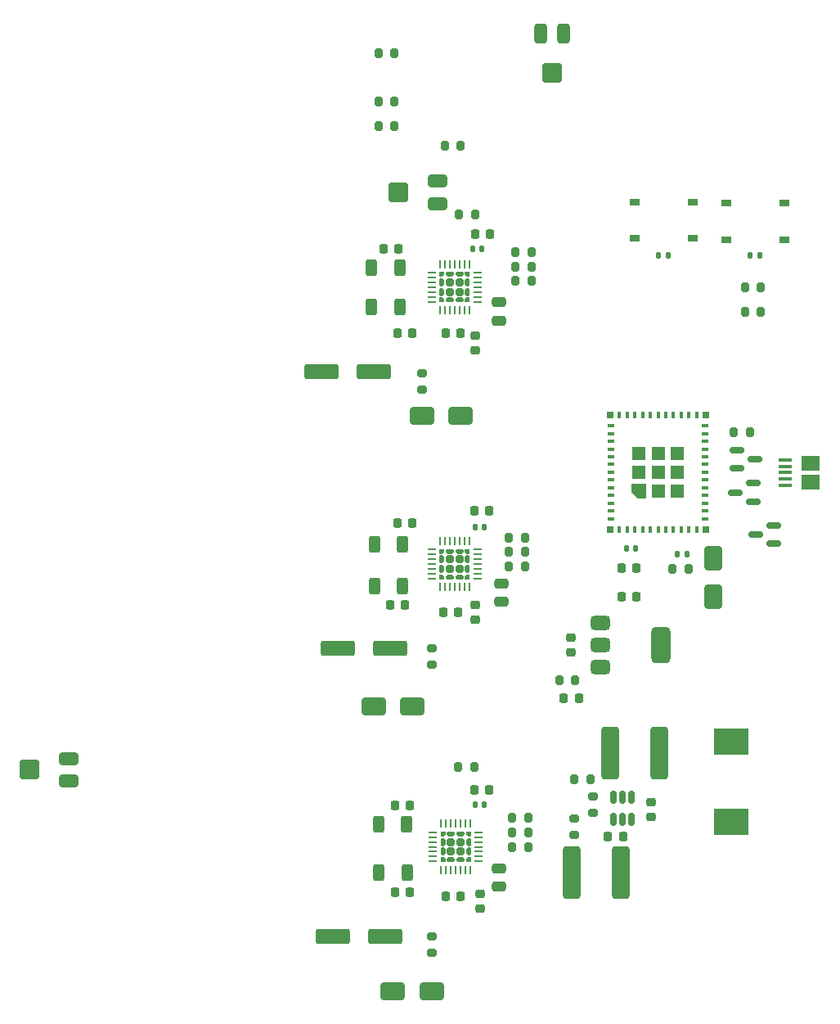
<source format=gbr>
%TF.GenerationSoftware,KiCad,Pcbnew,9.0.0*%
%TF.CreationDate,2025-05-08T17:49:57-07:00*%
%TF.ProjectId,Motor_Controller_Board_v1,4d6f746f-725f-4436-9f6e-74726f6c6c65,v1*%
%TF.SameCoordinates,Original*%
%TF.FileFunction,Paste,Top*%
%TF.FilePolarity,Positive*%
%FSLAX46Y46*%
G04 Gerber Fmt 4.6, Leading zero omitted, Abs format (unit mm)*
G04 Created by KiCad (PCBNEW 9.0.0) date 2025-05-08 17:49:57*
%MOMM*%
%LPD*%
G01*
G04 APERTURE LIST*
G04 Aperture macros list*
%AMRoundRect*
0 Rectangle with rounded corners*
0 $1 Rounding radius*
0 $2 $3 $4 $5 $6 $7 $8 $9 X,Y pos of 4 corners*
0 Add a 4 corners polygon primitive as box body*
4,1,4,$2,$3,$4,$5,$6,$7,$8,$9,$2,$3,0*
0 Add four circle primitives for the rounded corners*
1,1,$1+$1,$2,$3*
1,1,$1+$1,$4,$5*
1,1,$1+$1,$6,$7*
1,1,$1+$1,$8,$9*
0 Add four rect primitives between the rounded corners*
20,1,$1+$1,$2,$3,$4,$5,0*
20,1,$1+$1,$4,$5,$6,$7,0*
20,1,$1+$1,$6,$7,$8,$9,0*
20,1,$1+$1,$8,$9,$2,$3,0*%
%AMFreePoly0*
4,1,6,0.725000,-0.725000,-0.725000,-0.725000,-0.725000,0.125000,-0.125000,0.725000,0.725000,0.725000,0.725000,-0.725000,0.725000,-0.725000,$1*%
%AMFreePoly1*
4,1,19,0.197042,0.235489,0.244234,0.181026,0.255792,0.127896,0.255792,0.037322,0.235489,-0.031824,0.218332,-0.053114,0.053114,-0.218332,-0.010136,-0.252869,-0.037322,-0.255792,-0.127896,-0.255792,-0.197042,-0.235489,-0.244234,-0.181026,-0.255792,-0.127896,-0.255792,0.127896,-0.235489,0.197042,-0.181026,0.244234,-0.127896,0.255792,0.127896,0.255792,0.197042,0.235489,0.197042,0.235489,
$1*%
%AMFreePoly2*
4,1,21,0.065849,0.388965,0.087139,0.371808,0.218332,0.240614,0.252869,0.177364,0.255792,0.150178,0.255792,-0.150178,0.235489,-0.219324,0.218332,-0.240614,0.087139,-0.371808,0.023890,-0.406345,-0.003297,-0.409268,-0.127896,-0.409268,-0.197042,-0.388965,-0.244234,-0.334502,-0.255792,-0.281372,-0.255792,0.281372,-0.235489,0.350518,-0.181026,0.397710,-0.127896,0.409268,-0.003297,0.409268,
0.065849,0.388965,0.065849,0.388965,$1*%
%AMFreePoly3*
4,1,19,0.031824,0.235489,0.053114,0.218332,0.218332,0.053114,0.252869,-0.010136,0.255792,-0.037322,0.255792,-0.127896,0.235489,-0.197042,0.181026,-0.244234,0.127896,-0.255792,-0.127896,-0.255792,-0.197042,-0.235489,-0.244234,-0.181026,-0.255792,-0.127896,-0.255792,0.127896,-0.235489,0.197042,-0.181026,0.244234,-0.127896,0.255792,-0.037322,0.255792,0.031824,0.235489,0.031824,0.235489,
$1*%
%AMFreePoly4*
4,1,21,0.350518,0.235489,0.397710,0.181026,0.409268,0.127896,0.409268,0.003297,0.388965,-0.065849,0.371808,-0.087139,0.240614,-0.218332,0.177364,-0.252869,0.150178,-0.255792,-0.150178,-0.255792,-0.219324,-0.235489,-0.240614,-0.218332,-0.371808,-0.087139,-0.406345,-0.023890,-0.409268,0.003297,-0.409268,0.127896,-0.388965,0.197042,-0.334502,0.244234,-0.281372,0.255792,0.281372,0.255792,
0.350518,0.235489,0.350518,0.235489,$1*%
%AMFreePoly5*
4,1,25,0.252563,0.389951,0.272819,0.373627,0.373627,0.272819,0.406487,0.212641,0.409268,0.186775,0.409268,-0.186775,0.389951,-0.252563,0.373627,-0.272819,0.272819,-0.373627,0.212641,-0.406487,0.186775,-0.409268,-0.186775,-0.409268,-0.252563,-0.389951,-0.272819,-0.373627,-0.373627,-0.272819,-0.406487,-0.212641,-0.409268,-0.186775,-0.409268,0.186775,-0.389951,0.252563,-0.373627,0.272819,
-0.272819,0.373627,-0.212641,0.406487,-0.186775,0.409268,0.186775,0.409268,0.252563,0.389951,0.252563,0.389951,$1*%
%AMFreePoly6*
4,1,21,0.219324,0.235489,0.240614,0.218332,0.371808,0.087139,0.406345,0.023890,0.409268,-0.003297,0.409268,-0.127896,0.388965,-0.197042,0.334502,-0.244234,0.281372,-0.255792,-0.281372,-0.255792,-0.350518,-0.235489,-0.397710,-0.181026,-0.409268,-0.127896,-0.409268,-0.003297,-0.388965,0.065849,-0.371808,0.087139,-0.240614,0.218332,-0.177364,0.252869,-0.150178,0.255792,0.150178,0.255792,
0.219324,0.235489,0.219324,0.235489,$1*%
%AMFreePoly7*
4,1,19,0.197042,0.235489,0.244234,0.181026,0.255792,0.127896,0.255792,-0.127896,0.235489,-0.197042,0.181026,-0.244234,0.127896,-0.255792,0.037322,-0.255792,-0.031824,-0.235489,-0.053114,-0.218332,-0.218332,-0.053114,-0.252869,0.010136,-0.255792,0.037322,-0.255792,0.127896,-0.235489,0.197042,-0.181026,0.244234,-0.127896,0.255792,0.127896,0.255792,0.197042,0.235489,0.197042,0.235489,
$1*%
%AMFreePoly8*
4,1,21,0.197042,0.388965,0.244234,0.334502,0.255792,0.281372,0.255792,-0.281372,0.235489,-0.350518,0.181026,-0.397710,0.127896,-0.409268,0.003297,-0.409268,-0.065849,-0.388965,-0.087139,-0.371808,-0.218332,-0.240614,-0.252869,-0.177364,-0.255792,-0.150178,-0.255792,0.150178,-0.235489,0.219324,-0.218332,0.240614,-0.087139,0.371808,-0.023890,0.406345,0.003297,0.409268,0.127896,0.409268,
0.197042,0.388965,0.197042,0.388965,$1*%
%AMFreePoly9*
4,1,19,0.197042,0.235489,0.244234,0.181026,0.255792,0.127896,0.255792,-0.127896,0.235489,-0.197042,0.181026,-0.244234,0.127896,-0.255792,-0.127896,-0.255792,-0.197042,-0.235489,-0.244234,-0.181026,-0.255792,-0.127896,-0.255792,-0.037322,-0.235489,0.031824,-0.218332,0.053114,-0.053114,0.218332,0.010136,0.252869,0.037322,0.255792,0.127896,0.255792,0.197042,0.235489,0.197042,0.235489,
$1*%
G04 Aperture macros list end*
%ADD10RoundRect,0.225000X-0.225000X-0.250000X0.225000X-0.250000X0.225000X0.250000X-0.225000X0.250000X0*%
%ADD11RoundRect,0.200000X-0.200000X-0.275000X0.200000X-0.275000X0.200000X0.275000X-0.200000X0.275000X0*%
%ADD12RoundRect,0.250000X-0.400000X-0.750000X0.400000X-0.750000X0.400000X0.750000X-0.400000X0.750000X0*%
%ADD13RoundRect,0.250000X-0.750000X-0.750000X0.750000X-0.750000X0.750000X0.750000X-0.750000X0.750000X0*%
%ADD14RoundRect,0.250000X-0.750000X0.400000X-0.750000X-0.400000X0.750000X-0.400000X0.750000X0.400000X0*%
%ADD15RoundRect,0.250000X-0.750000X0.750000X-0.750000X-0.750000X0.750000X-0.750000X0.750000X0.750000X0*%
%ADD16RoundRect,0.140000X0.140000X0.170000X-0.140000X0.170000X-0.140000X-0.170000X0.140000X-0.170000X0*%
%ADD17RoundRect,0.225000X-0.250000X0.225000X-0.250000X-0.225000X0.250000X-0.225000X0.250000X0.225000X0*%
%ADD18RoundRect,0.250000X-0.475000X0.250000X-0.475000X-0.250000X0.475000X-0.250000X0.475000X0.250000X0*%
%ADD19RoundRect,0.250000X1.500000X0.550000X-1.500000X0.550000X-1.500000X-0.550000X1.500000X-0.550000X0*%
%ADD20RoundRect,0.150000X0.587500X0.150000X-0.587500X0.150000X-0.587500X-0.150000X0.587500X-0.150000X0*%
%ADD21RoundRect,0.150000X-0.587500X-0.150000X0.587500X-0.150000X0.587500X0.150000X-0.587500X0.150000X0*%
%ADD22RoundRect,0.200000X-0.275000X0.200000X-0.275000X-0.200000X0.275000X-0.200000X0.275000X0.200000X0*%
%ADD23RoundRect,0.200000X0.200000X0.275000X-0.200000X0.275000X-0.200000X-0.275000X0.200000X-0.275000X0*%
%ADD24RoundRect,0.250000X0.312500X0.625000X-0.312500X0.625000X-0.312500X-0.625000X0.312500X-0.625000X0*%
%ADD25R,0.400000X0.800000*%
%ADD26R,0.800000X0.400000*%
%ADD27FreePoly0,90.000000*%
%ADD28R,1.450000X1.450000*%
%ADD29R,0.700000X0.700000*%
%ADD30FreePoly1,90.000000*%
%ADD31FreePoly2,90.000000*%
%ADD32FreePoly3,90.000000*%
%ADD33FreePoly4,90.000000*%
%ADD34FreePoly5,90.000000*%
%ADD35FreePoly6,90.000000*%
%ADD36FreePoly7,90.000000*%
%ADD37FreePoly8,90.000000*%
%ADD38FreePoly9,90.000000*%
%ADD39RoundRect,0.062500X0.062500X-0.387500X0.062500X0.387500X-0.062500X0.387500X-0.062500X-0.387500X0*%
%ADD40RoundRect,0.062500X0.387500X-0.062500X0.387500X0.062500X-0.387500X0.062500X-0.387500X-0.062500X0*%
%ADD41R,1.000000X0.750000*%
%ADD42RoundRect,0.225000X0.225000X0.250000X-0.225000X0.250000X-0.225000X-0.250000X0.225000X-0.250000X0*%
%ADD43RoundRect,0.250000X0.650000X-1.000000X0.650000X1.000000X-0.650000X1.000000X-0.650000X-1.000000X0*%
%ADD44RoundRect,0.225000X0.250000X-0.225000X0.250000X0.225000X-0.250000X0.225000X-0.250000X-0.225000X0*%
%ADD45RoundRect,0.250000X0.650000X2.450000X-0.650000X2.450000X-0.650000X-2.450000X0.650000X-2.450000X0*%
%ADD46RoundRect,0.218750X0.218750X0.256250X-0.218750X0.256250X-0.218750X-0.256250X0.218750X-0.256250X0*%
%ADD47RoundRect,0.140000X-0.140000X-0.170000X0.140000X-0.170000X0.140000X0.170000X-0.140000X0.170000X0*%
%ADD48RoundRect,0.250000X1.000000X0.650000X-1.000000X0.650000X-1.000000X-0.650000X1.000000X-0.650000X0*%
%ADD49RoundRect,0.200000X0.275000X-0.200000X0.275000X0.200000X-0.275000X0.200000X-0.275000X-0.200000X0*%
%ADD50R,3.600000X2.700000*%
%ADD51R,1.350000X0.400000*%
%ADD52R,1.900000X1.500000*%
%ADD53RoundRect,0.375000X-0.625000X-0.375000X0.625000X-0.375000X0.625000X0.375000X-0.625000X0.375000X0*%
%ADD54RoundRect,0.500000X-0.500000X-1.400000X0.500000X-1.400000X0.500000X1.400000X-0.500000X1.400000X0*%
%ADD55RoundRect,0.150000X-0.150000X0.512500X-0.150000X-0.512500X0.150000X-0.512500X0.150000X0.512500X0*%
%ADD56RoundRect,0.250000X-1.000000X-0.650000X1.000000X-0.650000X1.000000X0.650000X-1.000000X0.650000X0*%
G04 APERTURE END LIST*
D10*
%TO.C,C424*%
X147775000Y-114200000D03*
X146225000Y-114200000D03*
%TD*%
D11*
%TO.C,R412*%
X146350000Y-66000000D03*
X148000000Y-66000000D03*
%TD*%
%TO.C,R407*%
X147750000Y-130200000D03*
X149400000Y-130200000D03*
%TD*%
D12*
%TO.C,RV403*%
X156325000Y-54400000D03*
D13*
X157475000Y-58400000D03*
D12*
X158625000Y-54400000D03*
%TD*%
D14*
%TO.C,RV402*%
X107400000Y-129350000D03*
D15*
X103400000Y-130500000D03*
D14*
X107400000Y-131650000D03*
%TD*%
%TO.C,RV401*%
X145600000Y-69650000D03*
D15*
X141600000Y-70800000D03*
D14*
X145600000Y-71950000D03*
%TD*%
D11*
%TO.C,R424*%
X139520000Y-63920000D03*
X141170000Y-63920000D03*
%TD*%
%TO.C,R419*%
X139520000Y-61410000D03*
X141170000Y-61410000D03*
%TD*%
%TO.C,R409*%
X139520000Y-56390000D03*
X141170000Y-56390000D03*
%TD*%
D16*
%TO.C,C409*%
X150480000Y-134100000D03*
X149520000Y-134100000D03*
%TD*%
D10*
%TO.C,C410*%
X149450000Y-132620000D03*
X151000000Y-132620000D03*
%TD*%
D17*
%TO.C,C403*%
X149500000Y-85620000D03*
X149500000Y-87170000D03*
%TD*%
%TO.C,C411*%
X150000000Y-143325000D03*
X150000000Y-144875000D03*
%TD*%
D18*
%TO.C,C404*%
X152000000Y-82170000D03*
X152000000Y-84070000D03*
%TD*%
D10*
%TO.C,C405*%
X141450000Y-85370000D03*
X143000000Y-85370000D03*
%TD*%
%TO.C,C406*%
X140005000Y-76680000D03*
X141555000Y-76680000D03*
%TD*%
D19*
%TO.C,C407*%
X139000000Y-89370000D03*
X133600000Y-89370000D03*
%TD*%
D18*
%TO.C,C412*%
X152000000Y-140720000D03*
X152000000Y-142620000D03*
%TD*%
D10*
%TO.C,C408*%
X146450000Y-85370000D03*
X148000000Y-85370000D03*
%TD*%
D20*
%TO.C,D301*%
X178325000Y-102800000D03*
X178325000Y-100900000D03*
X176450000Y-101850000D03*
%TD*%
D21*
%TO.C,D302*%
X176575000Y-97450000D03*
X176575000Y-99350000D03*
X178450000Y-98400000D03*
%TD*%
D20*
%TO.C,D304*%
X180450000Y-107150000D03*
X180450000Y-105250000D03*
X178575000Y-106200000D03*
%TD*%
D11*
%TO.C,R401*%
X147865000Y-73090000D03*
X149515000Y-73090000D03*
%TD*%
D22*
%TO.C,R402*%
X144000000Y-89545000D03*
X144000000Y-91195000D03*
%TD*%
D23*
%TO.C,R403*%
X155325000Y-78500000D03*
X153675000Y-78500000D03*
%TD*%
D22*
%TO.C,R410*%
X145000000Y-147795000D03*
X145000000Y-149445000D03*
%TD*%
D23*
%TO.C,R411*%
X155000000Y-137000000D03*
X153350000Y-137000000D03*
%TD*%
D24*
%TO.C,R404*%
X141712500Y-78620000D03*
X138787500Y-78620000D03*
%TD*%
%TO.C,R405*%
X141712500Y-82620000D03*
X138787500Y-82620000D03*
%TD*%
D23*
%TO.C,R406*%
X155325000Y-79980000D03*
X153675000Y-79980000D03*
%TD*%
D24*
%TO.C,R413*%
X142437500Y-136200000D03*
X139512500Y-136200000D03*
%TD*%
D23*
%TO.C,R408*%
X155325000Y-77000000D03*
X153675000Y-77000000D03*
%TD*%
D22*
%TO.C,R417*%
X145000000Y-118000000D03*
X145000000Y-119650000D03*
%TD*%
D23*
%TO.C,R418*%
X154650000Y-108000000D03*
X153000000Y-108000000D03*
%TD*%
D24*
%TO.C,R420*%
X142000000Y-107210000D03*
X139075000Y-107210000D03*
%TD*%
%TO.C,R421*%
X142000000Y-111500000D03*
X139075000Y-111500000D03*
%TD*%
D23*
%TO.C,R422*%
X154650000Y-109500000D03*
X153000000Y-109500000D03*
%TD*%
%TO.C,R423*%
X154650000Y-106500000D03*
X153000000Y-106500000D03*
%TD*%
D25*
%TO.C,U301*%
X164450000Y-105650000D03*
X165250000Y-105650000D03*
X166050000Y-105650000D03*
X166850000Y-105650000D03*
X167650000Y-105650000D03*
X168450000Y-105650000D03*
X169250000Y-105650000D03*
X170050000Y-105650000D03*
X170850000Y-105650000D03*
X171650000Y-105650000D03*
X172450000Y-105650000D03*
D26*
X173350000Y-104550000D03*
X173350000Y-103750000D03*
X173350000Y-102950000D03*
X173350000Y-102150000D03*
X173350000Y-101350000D03*
X173350000Y-100550000D03*
X173350000Y-99750000D03*
X173350000Y-98950000D03*
X173350000Y-98150000D03*
X173350000Y-97350000D03*
X173350000Y-96550000D03*
X173350000Y-95750000D03*
X173350000Y-94950000D03*
D25*
X172450000Y-93850000D03*
X171650000Y-93850000D03*
X170850000Y-93850000D03*
X170050000Y-93850000D03*
X169250000Y-93850000D03*
X168450000Y-93850000D03*
X167650000Y-93850000D03*
X166850000Y-93850000D03*
X166050000Y-93850000D03*
X165250000Y-93850000D03*
X164450000Y-93850000D03*
D26*
X163550000Y-94950000D03*
X163550000Y-95750000D03*
X163550000Y-96550000D03*
X163550000Y-97350000D03*
X163550000Y-98150000D03*
X163550000Y-98950000D03*
X163550000Y-99750000D03*
X163550000Y-100550000D03*
X163550000Y-101350000D03*
X163550000Y-102150000D03*
X163550000Y-102950000D03*
X163550000Y-103750000D03*
X163550000Y-104550000D03*
D27*
X166475000Y-101725000D03*
D28*
X168450000Y-101725000D03*
X170425000Y-101725000D03*
X166475000Y-99750000D03*
X168450000Y-99750000D03*
X170425000Y-99750000D03*
X166475000Y-97775000D03*
X168450000Y-97775000D03*
X170425000Y-97775000D03*
D29*
X163500000Y-93800000D03*
X173400000Y-93800000D03*
X173400000Y-105700000D03*
X163500000Y-105700000D03*
%TD*%
D30*
%TO.C,U401*%
X146087500Y-81932500D03*
D31*
X146900000Y-81932500D03*
X147900000Y-81932500D03*
D32*
X148712500Y-81932500D03*
D33*
X146087500Y-81120000D03*
D34*
X146900000Y-81120000D03*
X147900000Y-81120000D03*
D35*
X148712500Y-81120000D03*
D33*
X146087500Y-80120000D03*
D34*
X146900000Y-80120000D03*
X147900000Y-80120000D03*
D35*
X148712500Y-80120000D03*
D36*
X146087500Y-79307500D03*
D37*
X146900000Y-79307500D03*
X147900000Y-79307500D03*
D38*
X148712500Y-79307500D03*
D39*
X145900000Y-83020000D03*
X146400000Y-83020000D03*
X146900000Y-83020000D03*
X147400000Y-83020000D03*
X147900000Y-83020000D03*
X148400000Y-83020000D03*
X148900000Y-83020000D03*
D40*
X149800000Y-82120000D03*
X149800000Y-81620000D03*
X149800000Y-81120000D03*
X149800000Y-80620000D03*
X149800000Y-80120000D03*
X149800000Y-79620000D03*
X149800000Y-79120000D03*
D39*
X148900000Y-78220000D03*
X148400000Y-78220000D03*
X147900000Y-78220000D03*
X147400000Y-78220000D03*
X146900000Y-78220000D03*
X146400000Y-78220000D03*
X145900000Y-78220000D03*
D40*
X145000000Y-79120000D03*
X145000000Y-79620000D03*
X145000000Y-80120000D03*
X145000000Y-80620000D03*
X145000000Y-81120000D03*
X145000000Y-81620000D03*
X145000000Y-82120000D03*
%TD*%
D30*
%TO.C,U402*%
X146187500Y-139812500D03*
D31*
X147000000Y-139812500D03*
X148000000Y-139812500D03*
D32*
X148812500Y-139812500D03*
D33*
X146187500Y-139000000D03*
D34*
X147000000Y-139000000D03*
X148000000Y-139000000D03*
D35*
X148812500Y-139000000D03*
D33*
X146187500Y-138000000D03*
D34*
X147000000Y-138000000D03*
X148000000Y-138000000D03*
D35*
X148812500Y-138000000D03*
D36*
X146187500Y-137187500D03*
D37*
X147000000Y-137187500D03*
X148000000Y-137187500D03*
D38*
X148812500Y-137187500D03*
D39*
X146000000Y-140900000D03*
X146500000Y-140900000D03*
X147000000Y-140900000D03*
X147500000Y-140900000D03*
X148000000Y-140900000D03*
X148500000Y-140900000D03*
X149000000Y-140900000D03*
D40*
X149900000Y-140000000D03*
X149900000Y-139500000D03*
X149900000Y-139000000D03*
X149900000Y-138500000D03*
X149900000Y-138000000D03*
X149900000Y-137500000D03*
X149900000Y-137000000D03*
D39*
X149000000Y-136100000D03*
X148500000Y-136100000D03*
X148000000Y-136100000D03*
X147500000Y-136100000D03*
X147000000Y-136100000D03*
X146500000Y-136100000D03*
X146000000Y-136100000D03*
D40*
X145100000Y-137000000D03*
X145100000Y-137500000D03*
X145100000Y-138000000D03*
X145100000Y-138500000D03*
X145100000Y-139000000D03*
X145100000Y-139500000D03*
X145100000Y-140000000D03*
%TD*%
D30*
%TO.C,U403*%
X146087500Y-110562500D03*
D31*
X146900000Y-110562500D03*
X147900000Y-110562500D03*
D32*
X148712500Y-110562500D03*
D33*
X146087500Y-109750000D03*
D34*
X146900000Y-109750000D03*
X147900000Y-109750000D03*
D35*
X148712500Y-109750000D03*
D33*
X146087500Y-108750000D03*
D34*
X146900000Y-108750000D03*
X147900000Y-108750000D03*
D35*
X148712500Y-108750000D03*
D36*
X146087500Y-107937500D03*
D37*
X146900000Y-107937500D03*
X147900000Y-107937500D03*
D38*
X148712500Y-107937500D03*
D39*
X145900000Y-111650000D03*
X146400000Y-111650000D03*
X146900000Y-111650000D03*
X147400000Y-111650000D03*
X147900000Y-111650000D03*
X148400000Y-111650000D03*
X148900000Y-111650000D03*
D40*
X149800000Y-110750000D03*
X149800000Y-110250000D03*
X149800000Y-109750000D03*
X149800000Y-109250000D03*
X149800000Y-108750000D03*
X149800000Y-108250000D03*
X149800000Y-107750000D03*
D39*
X148900000Y-106850000D03*
X148400000Y-106850000D03*
X147900000Y-106850000D03*
X147400000Y-106850000D03*
X146900000Y-106850000D03*
X146400000Y-106850000D03*
X145900000Y-106850000D03*
D40*
X145000000Y-107750000D03*
X145000000Y-108250000D03*
X145000000Y-108750000D03*
X145000000Y-109250000D03*
X145000000Y-109750000D03*
X145000000Y-110250000D03*
X145000000Y-110750000D03*
%TD*%
D19*
%TO.C,C415*%
X140200000Y-147800000D03*
X134800000Y-147800000D03*
%TD*%
D41*
%TO.C,SW301*%
X166000000Y-71800000D03*
X172000000Y-71800000D03*
X166000000Y-75550000D03*
X172000000Y-75550000D03*
%TD*%
D42*
%TO.C,C206*%
X166225000Y-112650000D03*
X164675000Y-112650000D03*
%TD*%
D43*
%TO.C,D303*%
X174200000Y-112650000D03*
X174200000Y-108650000D03*
%TD*%
D44*
%TO.C,C205*%
X159450000Y-118425000D03*
X159450000Y-116875000D03*
%TD*%
D16*
%TO.C,C417*%
X150480000Y-105400000D03*
X149520000Y-105400000D03*
%TD*%
%TO.C,C401*%
X150230000Y-76620000D03*
X149270000Y-76620000D03*
%TD*%
D11*
%TO.C,R203*%
X159775000Y-131500000D03*
X161425000Y-131500000D03*
%TD*%
%TO.C,R201*%
X158210000Y-121300000D03*
X159860000Y-121300000D03*
%TD*%
D45*
%TO.C,C204*%
X168600000Y-128800000D03*
X163500000Y-128800000D03*
%TD*%
D46*
%TO.C,D201*%
X160237500Y-123150000D03*
X158662500Y-123150000D03*
%TD*%
D11*
%TO.C,R302*%
X177450000Y-80650000D03*
X179100000Y-80650000D03*
%TD*%
D47*
%TO.C,C304*%
X170450000Y-108228000D03*
X171410000Y-108228000D03*
%TD*%
%TO.C,C301*%
X165145000Y-107640000D03*
X166105000Y-107640000D03*
%TD*%
D45*
%TO.C,C202*%
X164600000Y-141200000D03*
X159500000Y-141200000D03*
%TD*%
D48*
%TO.C,D403*%
X143000000Y-124000000D03*
X139000000Y-124000000D03*
%TD*%
D10*
%TO.C,C421*%
X140690000Y-113500000D03*
X142240000Y-113500000D03*
%TD*%
D49*
%TO.C,R202*%
X159750000Y-137250000D03*
X159750000Y-135600000D03*
%TD*%
D11*
%TO.C,R303*%
X177450000Y-83160000D03*
X179100000Y-83160000D03*
%TD*%
D50*
%TO.C,L201*%
X176050000Y-135950000D03*
X176050000Y-127650000D03*
%TD*%
D51*
%TO.C,J302*%
X181575000Y-101100000D03*
X181575000Y-100450000D03*
X181575000Y-99800000D03*
X181575000Y-99150000D03*
X181575000Y-98500000D03*
D52*
X184275000Y-100800000D03*
X184275000Y-98800000D03*
%TD*%
D17*
%TO.C,C419*%
X149500000Y-113450000D03*
X149500000Y-115000000D03*
%TD*%
D48*
%TO.C,D402*%
X145000000Y-153400000D03*
X141000000Y-153400000D03*
%TD*%
D10*
%TO.C,C422*%
X141450000Y-105000000D03*
X143000000Y-105000000D03*
%TD*%
D53*
%TO.C,U202*%
X162450000Y-115350000D03*
X162450000Y-117650000D03*
D54*
X168750000Y-117650000D03*
D53*
X162450000Y-119950000D03*
%TD*%
D55*
%TO.C,U201*%
X165700000Y-133375000D03*
X164750000Y-133375000D03*
X163800000Y-133375000D03*
X163800000Y-135650000D03*
X164750000Y-135650000D03*
X165700000Y-135650000D03*
%TD*%
D47*
%TO.C,C305*%
X178000000Y-77300000D03*
X178960000Y-77300000D03*
%TD*%
D10*
%TO.C,C416*%
X146450000Y-143620000D03*
X148000000Y-143620000D03*
%TD*%
D23*
%TO.C,R304*%
X177950000Y-95650000D03*
X176300000Y-95650000D03*
%TD*%
D44*
%TO.C,C201*%
X167700000Y-135425000D03*
X167700000Y-133875000D03*
%TD*%
D42*
%TO.C,C302*%
X166225000Y-109650000D03*
X164675000Y-109650000D03*
%TD*%
D47*
%TO.C,C303*%
X168500000Y-77300000D03*
X169460000Y-77300000D03*
%TD*%
D49*
%TO.C,R204*%
X161700000Y-134975000D03*
X161700000Y-133325000D03*
%TD*%
D23*
%TO.C,R301*%
X171600000Y-109728000D03*
X169950000Y-109728000D03*
%TD*%
%TO.C,R416*%
X155000000Y-135500000D03*
X153350000Y-135500000D03*
%TD*%
D41*
%TO.C,SW302*%
X175500000Y-71925000D03*
X181500000Y-71925000D03*
X175500000Y-75675000D03*
X181500000Y-75675000D03*
%TD*%
D10*
%TO.C,C414*%
X141200000Y-134200000D03*
X142750000Y-134200000D03*
%TD*%
%TO.C,C203*%
X163275000Y-137400000D03*
X164825000Y-137400000D03*
%TD*%
%TO.C,C402*%
X149500000Y-75120000D03*
X151050000Y-75120000D03*
%TD*%
D56*
%TO.C,D401*%
X143975000Y-93950000D03*
X147975000Y-93950000D03*
%TD*%
D24*
%TO.C,R414*%
X142462500Y-141200000D03*
X139537500Y-141200000D03*
%TD*%
D23*
%TO.C,R415*%
X155000000Y-138500000D03*
X153350000Y-138500000D03*
%TD*%
D10*
%TO.C,C418*%
X149450000Y-103750000D03*
X151000000Y-103750000D03*
%TD*%
D19*
%TO.C,C423*%
X140700000Y-118000000D03*
X135300000Y-118000000D03*
%TD*%
D10*
%TO.C,C413*%
X141225000Y-143200000D03*
X142775000Y-143200000D03*
%TD*%
D18*
%TO.C,C420*%
X152250000Y-111250000D03*
X152250000Y-113150000D03*
%TD*%
M02*

</source>
